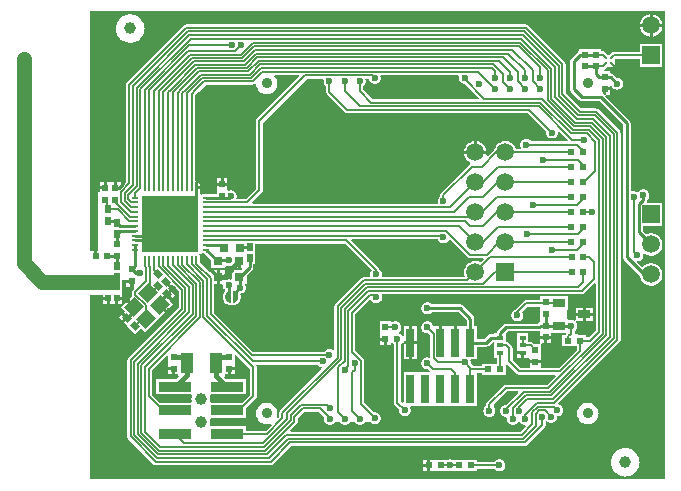
<source format=gtl>
%FSLAX24Y24*%
%MOIN*%
G70*
G01*
G75*
G04 Layer_Physical_Order=1*
G04 Layer_Color=255*
%ADD10C,0.0060*%
%ADD11R,0.0197X0.0236*%
%ADD12C,0.0394*%
%ADD13R,0.0236X0.0217*%
%ADD14R,0.0394X0.0709*%
%ADD15R,0.0217X0.0236*%
G04:AMPARAMS|DCode=16|XSize=19.7mil|YSize=23.6mil|CornerRadius=0mil|HoleSize=0mil|Usage=FLASHONLY|Rotation=225.000|XOffset=0mil|YOffset=0mil|HoleType=Round|Shape=Rectangle|*
%AMROTATEDRECTD16*
4,1,4,-0.0014,0.0153,0.0153,-0.0014,0.0014,-0.0153,-0.0153,0.0014,-0.0014,0.0153,0.0*
%
%ADD16ROTATEDRECTD16*%

%ADD17R,0.0315X0.0295*%
%ADD18R,0.0197X0.0256*%
%ADD19C,0.0079*%
%ADD20R,0.0236X0.0157*%
%ADD21R,0.1083X0.0350*%
G04:AMPARAMS|DCode=22|XSize=47.2mil|YSize=43.3mil|CornerRadius=0mil|HoleSize=0mil|Usage=FLASHONLY|Rotation=45.000|XOffset=0mil|YOffset=0mil|HoleType=Round|Shape=Rectangle|*
%AMROTATEDRECTD22*
4,1,4,-0.0014,-0.0320,-0.0320,-0.0014,0.0014,0.0320,0.0320,0.0014,-0.0014,-0.0320,0.0*
%
%ADD22ROTATEDRECTD22*%

%ADD23C,0.0098*%
%ADD24R,0.0400X0.0300*%
%ADD25R,0.0299X0.0945*%
%ADD26R,0.0295X0.0315*%
%ADD27R,0.1850X0.1850*%
%ADD28O,0.0079X0.0256*%
%ADD29O,0.0256X0.0079*%
%ADD30R,0.0236X0.0197*%
%ADD31C,0.0090*%
%ADD32C,0.0100*%
%ADD33C,0.0500*%
%ADD34C,0.0080*%
%ADD35C,0.0150*%
%ADD36C,0.0354*%
%ADD37C,0.0591*%
%ADD38R,0.0591X0.0591*%
%ADD39C,0.0236*%
G36*
X7993Y3821D02*
Y2956D01*
X7722Y2685D01*
X6683D01*
X6656Y2726D01*
X6667Y2774D01*
X6671Y2824D01*
X6667Y2873D01*
X6656Y2922D01*
X6683Y2962D01*
X7851D01*
Y3473D01*
X7195D01*
X7125Y3543D01*
X7143Y3586D01*
X7143D01*
D01*
D01*
X7143Y3625D01*
X7254D01*
Y3823D01*
X7304D01*
Y3873D01*
X7482D01*
Y4019D01*
Y4267D01*
X7528Y4286D01*
X7993Y3821D01*
D02*
G37*
G36*
X7341Y6410D02*
X7353Y6389D01*
Y6050D01*
X7323Y6021D01*
X7276Y6036D01*
X7251Y6053D01*
X7222Y6082D01*
X7201Y6105D01*
X7178Y6144D01*
X7167Y6181D01*
X7169Y6268D01*
X7179Y6296D01*
X7212Y6350D01*
X7245Y6382D01*
X7281Y6405D01*
X7321Y6417D01*
X7341Y6410D01*
D02*
G37*
G36*
X10447Y13448D02*
X10445Y13439D01*
X10441Y13400D01*
X10445Y13361D01*
X10456Y13324D01*
X10474Y13289D01*
X10499Y13259D01*
X10529Y13235D01*
Y13049D01*
X10533Y13020D01*
X10541Y13001D01*
X10544Y12993D01*
X10562Y12970D01*
X11162Y12370D01*
X11185Y12353D01*
X11192Y12350D01*
X11211Y12342D01*
X11240Y12338D01*
X17255D01*
X17865Y11728D01*
X17861Y11690D01*
X17865Y11651D01*
X17876Y11614D01*
X17894Y11579D01*
X17919Y11549D01*
X17949Y11524D01*
X17984Y11506D01*
X18021Y11495D01*
X18060Y11491D01*
X18099Y11495D01*
X18136Y11506D01*
X18171Y11524D01*
X18201Y11549D01*
X18226Y11579D01*
X18244Y11614D01*
X18255Y11651D01*
X18259Y11690D01*
X18258Y11701D01*
X18303Y11723D01*
X18579Y11447D01*
X18559Y11401D01*
X17365D01*
X17341Y11431D01*
X17311Y11456D01*
X17276Y11474D01*
X17239Y11485D01*
X17200Y11489D01*
X17161Y11485D01*
X17124Y11474D01*
X17089Y11456D01*
X17059Y11431D01*
X17034Y11401D01*
X17016Y11366D01*
X17005Y11329D01*
X17001Y11290D01*
X17005Y11251D01*
X17016Y11214D01*
X17032Y11184D01*
X17025Y11171D01*
X16988Y11141D01*
X16859D01*
X16847Y11174D01*
X16826Y11218D01*
X16798Y11259D01*
X16766Y11296D01*
X16729Y11328D01*
X16688Y11356D01*
X16644Y11377D01*
X16597Y11393D01*
X16549Y11403D01*
X16500Y11406D01*
X16451Y11403D01*
X16403Y11393D01*
X16356Y11377D01*
X16312Y11356D01*
X16271Y11328D01*
X16234Y11296D01*
X16202Y11259D01*
X16174Y11218D01*
X16153Y11174D01*
X16137Y11127D01*
X16135Y11119D01*
X16132Y11116D01*
X16122Y11108D01*
X16122Y11108D01*
X15909Y10919D01*
X15865Y10944D01*
X15873Y10980D01*
X15127D01*
X15137Y10933D01*
X15153Y10886D01*
X15174Y10842D01*
X15202Y10801D01*
X15234Y10764D01*
X15271Y10732D01*
X15312Y10704D01*
X15339Y10691D01*
X15337Y10641D01*
X15325Y10636D01*
X15302Y10618D01*
X14362Y9678D01*
X14344Y9655D01*
X14341Y9648D01*
X14333Y9629D01*
X14329Y9600D01*
Y9575D01*
X14299Y9551D01*
X14274Y9521D01*
X14256Y9486D01*
X14245Y9449D01*
X14241Y9410D01*
X14245Y9371D01*
X14250Y9352D01*
X14221Y9312D01*
X8076D01*
X8057Y9358D01*
X8378Y9680D01*
X8378Y9680D01*
X8388Y9693D01*
X8396Y9703D01*
X8407Y9730D01*
X8411Y9759D01*
Y12024D01*
X9875Y13488D01*
X10418D01*
X10447Y13448D01*
D02*
G37*
G36*
X5265Y4254D02*
Y4019D01*
Y3873D01*
X5444D01*
Y3823D01*
X5494D01*
Y3625D01*
X5600D01*
X5605Y3613D01*
Y3586D01*
X5605Y3586D01*
X5605D01*
X5611Y3571D01*
X5513Y3473D01*
X4857D01*
Y2962D01*
X6025D01*
X6052Y2922D01*
X6041Y2873D01*
X6037Y2824D01*
X6041Y2774D01*
X6052Y2726D01*
X6025Y2685D01*
X4986D01*
X4721Y2950D01*
Y3775D01*
X5219Y4273D01*
X5265Y4254D01*
D02*
G37*
G36*
X7490Y6404D02*
X7515Y6387D01*
X7544Y6358D01*
X7565Y6335D01*
X7588Y6296D01*
X7599Y6259D01*
X7597Y6172D01*
X7587Y6144D01*
X7554Y6090D01*
X7521Y6058D01*
X7485Y6035D01*
X7445Y6023D01*
X7425Y6030D01*
X7413Y6051D01*
Y6390D01*
X7443Y6419D01*
X7490Y6404D01*
D02*
G37*
G36*
X14256Y8124D02*
X14274Y8089D01*
X14299Y8059D01*
X14329Y8034D01*
X14364Y8016D01*
X14401Y8005D01*
X14440Y8001D01*
X14479Y8005D01*
X14516Y8016D01*
X14551Y8034D01*
X14581Y8059D01*
X14606Y8089D01*
X14620Y8116D01*
X14669Y8124D01*
X15252Y7542D01*
X15275Y7524D01*
X15282Y7521D01*
X15301Y7513D01*
X15330Y7509D01*
X15757D01*
X15776Y7463D01*
X15675Y7362D01*
X15644Y7377D01*
X15597Y7393D01*
X15549Y7403D01*
X15500Y7406D01*
X15451Y7403D01*
X15403Y7393D01*
X15356Y7377D01*
X15312Y7356D01*
X15271Y7328D01*
X15234Y7296D01*
X15202Y7259D01*
X15174Y7218D01*
X15153Y7174D01*
X15137Y7127D01*
X15127Y7079D01*
X15124Y7030D01*
X15127Y6981D01*
X15137Y6933D01*
X15144Y6912D01*
X15115Y6871D01*
X12409D01*
X12379Y6911D01*
X12385Y6931D01*
X12389Y6970D01*
X12385Y7009D01*
X12374Y7046D01*
X12356Y7081D01*
X12331Y7111D01*
X12301Y7136D01*
X12297Y7137D01*
X12297Y7139D01*
X12289Y7158D01*
X12286Y7165D01*
X12268Y7188D01*
X11358Y8099D01*
X11377Y8145D01*
X14250D01*
X14256Y8124D01*
D02*
G37*
G36*
X12042Y7101D02*
X12024Y7081D01*
X12006Y7046D01*
X11995Y7009D01*
X11991Y6970D01*
X11995Y6931D01*
X12001Y6911D01*
X11971Y6871D01*
X11779D01*
X11750Y6867D01*
X11723Y6856D01*
X11700Y6838D01*
X10832Y5970D01*
X10814Y5947D01*
X10811Y5939D01*
X10803Y5920D01*
X10799Y5891D01*
Y4456D01*
X10754Y4434D01*
X10744Y4442D01*
X10710Y4460D01*
X10673Y4472D01*
X10634Y4475D01*
X10595Y4472D01*
X10558Y4460D01*
X10523Y4442D01*
X10493Y4417D01*
X10469Y4387D01*
X8091D01*
X6791Y5687D01*
Y6647D01*
X6880D01*
Y6874D01*
Y7102D01*
X6693D01*
Y7059D01*
X6646Y7040D01*
X6325Y7361D01*
X6326Y7370D01*
Y7548D01*
X6324Y7571D01*
X6317Y7594D01*
X6306Y7614D01*
X6291Y7632D01*
X6295Y7645D01*
X6345D01*
Y7647D01*
X6353Y7657D01*
X6388Y7678D01*
X6396Y7673D01*
X6419Y7666D01*
X6442Y7664D01*
X6473D01*
X6693Y7445D01*
Y7178D01*
X7167D01*
Y7222D01*
X7210Y7248D01*
X7214Y7246D01*
X7251Y7235D01*
X7290Y7231D01*
X7329Y7235D01*
X7362Y7245D01*
X7370Y7239D01*
X7403Y7178D01*
Y7170D01*
X7590D01*
Y7398D01*
X7690D01*
Y7170D01*
X7707D01*
X7722Y7136D01*
X7694Y7094D01*
X7403D01*
Y6852D01*
X7370Y6791D01*
X7362Y6785D01*
X7329Y6795D01*
X7290Y6799D01*
X7251Y6795D01*
X7214Y6784D01*
X7210Y6782D01*
X7167Y6808D01*
Y6824D01*
X6980D01*
Y6647D01*
X7058D01*
X7092Y6610D01*
X7091Y6600D01*
X7095Y6561D01*
X7106Y6524D01*
X7124Y6489D01*
X7149Y6459D01*
X7164Y6422D01*
X7135Y6388D01*
X7112Y6350D01*
X7094Y6308D01*
X7084Y6265D01*
X7080Y6220D01*
X7084Y6175D01*
X7094Y6132D01*
X7112Y6090D01*
X7135Y6052D01*
X7164Y6018D01*
X7198Y5989D01*
X7237Y5965D01*
X7278Y5948D01*
X7295Y5944D01*
X7295Y5943D01*
Y5943D01*
X7323Y5940D01*
X7351Y5943D01*
X7378Y5954D01*
X7383Y5958D01*
X7388Y5954D01*
X7415Y5943D01*
X7443Y5940D01*
X7471Y5943D01*
Y5943D01*
X7471Y5944D01*
X7488Y5948D01*
X7529Y5965D01*
X7568Y5989D01*
X7602Y6018D01*
X7631Y6052D01*
X7654Y6090D01*
X7672Y6132D01*
X7682Y6175D01*
X7686Y6220D01*
X7682Y6265D01*
X7672Y6308D01*
X7681Y6324D01*
X7689Y6325D01*
X7726Y6336D01*
X7761Y6354D01*
X7791Y6379D01*
X7816Y6409D01*
X7834Y6444D01*
X7845Y6481D01*
X7849Y6520D01*
X7845Y6559D01*
X7834Y6596D01*
X7816Y6631D01*
X7819Y6639D01*
X7877D01*
Y6920D01*
X8069Y7111D01*
X8084Y7130D01*
X8096Y7152D01*
X8103Y7175D01*
X8106Y7200D01*
Y7295D01*
X8158D01*
Y7669D01*
Y7988D01*
X11155D01*
X12042Y7101D01*
D02*
G37*
G36*
X17644Y5064D02*
X17672Y4974D01*
Y4913D01*
X18028D01*
Y5022D01*
X18510D01*
X18529Y4976D01*
X18525Y4972D01*
X18507Y4949D01*
X18504Y4941D01*
X18503Y4938D01*
X18405D01*
Y4562D01*
X18886D01*
Y4453D01*
X18274Y3841D01*
X17688D01*
Y3841D01*
Y3855D01*
X17688Y3876D01*
X17688Y3876D01*
X17688D01*
Y4003D01*
X17312D01*
Y3876D01*
X17312Y3876D01*
X17312D01*
X17312Y3855D01*
X17298Y3841D01*
X17016D01*
X16741Y4116D01*
Y4500D01*
X16737Y4529D01*
X16726Y4555D01*
X16708Y4578D01*
X16608Y4678D01*
X16585Y4696D01*
X16578Y4699D01*
X16559Y4707D01*
X16530Y4711D01*
X16524D01*
Y5015D01*
X16524Y5015D01*
X16524D01*
X16524Y5016D01*
X16579Y5071D01*
X17617D01*
X17635Y5073D01*
X17644Y5064D01*
D02*
G37*
G36*
X16128Y4705D02*
Y4697D01*
Y4441D01*
Y4185D01*
X16215D01*
Y3988D01*
X15735D01*
Y3911D01*
X15424D01*
X15418Y3918D01*
X15345Y3992D01*
X15349Y4030D01*
X15345Y4069D01*
X15334Y4106D01*
X15345Y4125D01*
X15570D01*
Y4552D01*
X15858D01*
X15882Y4555D01*
X15906Y4562D01*
X15927Y4573D01*
X15947Y4589D01*
X16082Y4724D01*
X16128Y4705D01*
D02*
G37*
G36*
X21829Y131D02*
X2670D01*
Y6276D01*
X3092D01*
Y6213D01*
X3270D01*
Y6163D01*
X3320D01*
Y5965D01*
X3372D01*
Y5965D01*
X3500D01*
Y6163D01*
X3550D01*
Y6213D01*
X3728D01*
Y6359D01*
Y6675D01*
Y6685D01*
X3731Y6720D01*
X3728Y6755D01*
Y6790D01*
X3872D01*
Y6783D01*
X4050D01*
Y6733D01*
X4100D01*
Y6535D01*
X4113D01*
X4132Y6489D01*
X4092Y6448D01*
X4074Y6425D01*
X4071Y6418D01*
X4063Y6399D01*
X4059Y6370D01*
Y6290D01*
X4063Y6261D01*
X4071Y6242D01*
X4072Y6239D01*
X3943Y6109D01*
X4152Y5900D01*
X4082Y5829D01*
X3872Y6039D01*
X3684Y5851D01*
X3808Y5726D01*
X3776Y5695D01*
X3916Y5554D01*
X3881Y5519D01*
X3916Y5484D01*
X3790Y5358D01*
X3893Y5255D01*
X3895Y5253D01*
X4173Y4975D01*
X4366Y5168D01*
X4493Y5041D01*
X4940Y5489D01*
X4940D01*
X4966Y5515D01*
X4966D01*
X5154Y5703D01*
X4944Y5913D01*
X5015Y5983D01*
X5225Y5774D01*
X5413Y5962D01*
X5287Y6088D01*
X5314Y6115D01*
X5174Y6256D01*
X5209Y6291D01*
X5174Y6326D01*
X5300Y6452D01*
X5255Y6497D01*
X5294Y6535D01*
X5154Y6676D01*
X5224Y6746D01*
X5365Y6606D01*
X5387Y6628D01*
X5609Y6406D01*
Y5847D01*
X3932Y4169D01*
X3914Y4146D01*
X3903Y4120D01*
X3899Y4091D01*
Y1560D01*
X3903Y1531D01*
X3914Y1505D01*
X3932Y1482D01*
X4772Y642D01*
X4795Y624D01*
X4821Y613D01*
X4850Y609D01*
X8690D01*
X8719Y613D01*
X8745Y624D01*
X8768Y642D01*
X9378Y1251D01*
X17153D01*
X17182Y1255D01*
X17209Y1266D01*
X17232Y1284D01*
X17808Y1860D01*
X17826Y1883D01*
X17837Y1910D01*
X17841Y1939D01*
Y2054D01*
X17871Y2078D01*
X17891D01*
X17921Y2053D01*
X17956Y2035D01*
X17993Y2024D01*
X18032Y2020D01*
X18071Y2024D01*
X18108Y2035D01*
X18142Y2053D01*
X18172Y2078D01*
X18197Y2108D01*
X18216Y2143D01*
X18227Y2180D01*
X18231Y2219D01*
X18230Y2230D01*
X18240Y2240D01*
X18279Y2244D01*
X18316Y2255D01*
X18351Y2273D01*
X18381Y2298D01*
X18406Y2328D01*
X18424Y2363D01*
X18435Y2400D01*
X18439Y2439D01*
X18435Y2478D01*
X18424Y2515D01*
X18406Y2549D01*
X18381Y2580D01*
X18351Y2604D01*
X18316Y2623D01*
X18279Y2634D01*
X18269Y2662D01*
X20308Y4702D01*
X20326Y4725D01*
X20331Y4736D01*
X20337Y4751D01*
X20341Y4780D01*
Y11680D01*
X20337Y11709D01*
X20326Y11735D01*
X20318Y11745D01*
X20308Y11758D01*
X20308Y11758D01*
X19608Y12458D01*
X19585Y12476D01*
X19578Y12479D01*
X19559Y12487D01*
X19530Y12491D01*
X19036D01*
X18511Y13016D01*
Y13960D01*
X18511Y13960D01*
X18508Y13985D01*
X18507Y13989D01*
X18504Y13997D01*
X18496Y14015D01*
X18486Y14028D01*
X18478Y14038D01*
X18478Y14038D01*
X17258Y15258D01*
X17235Y15276D01*
X17228Y15279D01*
X17209Y15287D01*
X17180Y15291D01*
X5870D01*
X5841Y15287D01*
X5815Y15276D01*
X5792Y15258D01*
X3892Y13358D01*
X3874Y13335D01*
X3871Y13328D01*
X3863Y13309D01*
X3859Y13280D01*
Y10038D01*
X3725Y9904D01*
X3678Y9923D01*
Y10045D01*
X3550D01*
Y9847D01*
X3450D01*
Y10045D01*
X3348D01*
Y10045D01*
X3220D01*
Y9847D01*
X3170D01*
Y9797D01*
X2992D01*
Y9720D01*
X2910D01*
Y7738D01*
X2893D01*
Y7560D01*
X2793D01*
Y7738D01*
X2670D01*
Y15729D01*
X21829D01*
Y131D01*
D02*
G37*
G36*
X19519Y6657D02*
Y5086D01*
X19294Y4861D01*
X19195D01*
Y4938D01*
X19008D01*
X18820Y4963D01*
X18809Y4976D01*
X18811Y4990D01*
X18811Y4990D01*
Y5087D01*
X18841Y5111D01*
X18866Y5141D01*
X18884Y5176D01*
X18895Y5213D01*
X18899Y5252D01*
X18895Y5291D01*
X18884Y5328D01*
X18866Y5363D01*
X18841Y5393D01*
X18841Y5393D01*
X18845Y5395D01*
X18845D01*
X18847Y5396D01*
X18847Y5396D01*
X18851Y5396D01*
D01*
X18863Y5396D01*
X18863Y5396D01*
Y5396D01*
X19077D01*
Y5576D01*
X18847D01*
Y5462D01*
X18830Y5441D01*
D01*
X18823Y5432D01*
X18819Y5430D01*
D01*
X18809Y5424D01*
X18809Y5424D01*
X18804Y5421D01*
X18776Y5436D01*
X18739Y5447D01*
X18700Y5451D01*
X18661Y5447D01*
X18624Y5436D01*
X18623Y5435D01*
X18580Y5461D01*
Y5482D01*
X18560D01*
Y5770D01*
X18580D01*
Y6230D01*
X18038D01*
Y6235D01*
X17662D01*
Y6108D01*
X17197D01*
X17168Y6104D01*
X17141Y6093D01*
X17118Y6075D01*
X16828Y5785D01*
X16824Y5784D01*
X16789Y5766D01*
X16759Y5741D01*
X16734Y5711D01*
X16716Y5676D01*
X16705Y5639D01*
X16701Y5600D01*
X16705Y5561D01*
X16716Y5524D01*
X16734Y5489D01*
X16759Y5459D01*
X16789Y5434D01*
X16824Y5416D01*
X16861Y5405D01*
X16900Y5401D01*
X16939Y5405D01*
X16976Y5416D01*
X17011Y5434D01*
X17041Y5459D01*
X17066Y5489D01*
X17084Y5524D01*
X17095Y5561D01*
X17099Y5600D01*
X17095Y5639D01*
X17084Y5676D01*
X17066Y5709D01*
X17243Y5886D01*
X17662D01*
Y5839D01*
Y5445D01*
X17672D01*
Y5382D01*
X17652Y5380D01*
X17629Y5373D01*
X17607Y5361D01*
X17588Y5346D01*
X17565Y5322D01*
X16527D01*
X16502Y5320D01*
X16479Y5313D01*
X16457Y5301D01*
X16438Y5286D01*
X16237Y5085D01*
X16222Y5066D01*
X16210Y5044D01*
X16203Y5020D01*
X16202Y5015D01*
X16128D01*
Y4982D01*
X16036D01*
X16011Y4979D01*
X15988Y4972D01*
X15966Y4960D01*
X15947Y4945D01*
X15806Y4803D01*
X15570D01*
Y5230D01*
X15466D01*
Y5490D01*
X15463Y5515D01*
X15456Y5538D01*
X15444Y5560D01*
X15429Y5579D01*
X15079Y5929D01*
X15060Y5944D01*
X15038Y5956D01*
X15014Y5963D01*
X14990Y5966D01*
X14053D01*
X14041Y5981D01*
X14011Y6006D01*
X13976Y6024D01*
X13939Y6035D01*
X13900Y6039D01*
X13861Y6035D01*
X13824Y6024D01*
X13789Y6006D01*
X13759Y5981D01*
X13734Y5951D01*
X13716Y5916D01*
X13705Y5879D01*
X13701Y5840D01*
X13705Y5801D01*
X13716Y5764D01*
X13734Y5729D01*
X13759Y5699D01*
X13789Y5674D01*
X13824Y5656D01*
X13861Y5645D01*
X13900Y5641D01*
X13939Y5645D01*
X13976Y5656D01*
X14011Y5674D01*
X14041Y5699D01*
X14053Y5714D01*
X14938D01*
X15214Y5438D01*
Y5230D01*
X15110D01*
D01*
D01*
X15110Y5230D01*
X15070D01*
Y5230D01*
X14890D01*
Y4678D01*
X14790D01*
Y5230D01*
X14610D01*
D01*
D01*
X14610Y5230D01*
X14570D01*
Y5230D01*
X14390D01*
Y4678D01*
X14290D01*
Y5230D01*
X14110D01*
Y5230D01*
X14096D01*
X14095Y5236D01*
X14084Y5273D01*
X14066Y5307D01*
X14041Y5338D01*
X14011Y5362D01*
X13976Y5381D01*
X13939Y5392D01*
X13900Y5396D01*
X13861Y5392D01*
X13824Y5381D01*
X13789Y5362D01*
X13759Y5338D01*
X13734Y5307D01*
X13716Y5273D01*
X13705Y5236D01*
X13701Y5197D01*
X13705Y5158D01*
X13716Y5121D01*
X13734Y5086D01*
X13759Y5056D01*
X13789Y5031D01*
X13824Y5013D01*
X13861Y5002D01*
X13900Y4998D01*
X13938Y5002D01*
X13999Y4940D01*
Y4219D01*
X13959Y4189D01*
X13939Y4195D01*
X13900Y4199D01*
X13861Y4195D01*
X13824Y4184D01*
X13789Y4166D01*
X13759Y4141D01*
X13734Y4111D01*
X13716Y4076D01*
X13705Y4039D01*
X13701Y4000D01*
X13705Y3961D01*
X13716Y3924D01*
X13734Y3889D01*
X13759Y3859D01*
X13789Y3834D01*
X13824Y3816D01*
X13861Y3805D01*
X13900Y3801D01*
X13938Y3805D01*
X14002Y3741D01*
X13983Y3695D01*
X13610D01*
D01*
D01*
X13610Y3695D01*
X13570D01*
Y3695D01*
X13110D01*
Y2702D01*
X13064Y2683D01*
X13011Y2736D01*
Y4638D01*
X13041Y4662D01*
X13063Y4690D01*
X13085Y4682D01*
X13110Y4669D01*
Y4728D01*
X13290D01*
Y5230D01*
X13110D01*
Y4938D01*
X13085Y4924D01*
X13063Y4916D01*
X13041Y4944D01*
X13011Y4969D01*
X12976Y4987D01*
X12939Y4998D01*
X12939D01*
X12918Y5000D01*
X12918Y5000D01*
X12900Y5002D01*
X12899Y5008D01*
X12916Y5013D01*
X12951Y5031D01*
X12981Y5056D01*
X13006Y5086D01*
X13024Y5121D01*
X13035Y5158D01*
X13039Y5197D01*
X13035Y5236D01*
X13024Y5273D01*
X13006Y5307D01*
X12981Y5338D01*
X12951Y5362D01*
X12916Y5381D01*
X12879Y5392D01*
X12840Y5396D01*
X12801Y5392D01*
X12764Y5381D01*
X12731Y5363D01*
X12688Y5389D01*
Y5395D01*
X12312D01*
Y4999D01*
Y4853D01*
X12500D01*
Y4803D01*
X12550D01*
Y4605D01*
X12688D01*
Y4668D01*
X12727Y4688D01*
X12735Y4692D01*
X12759Y4662D01*
X12789Y4638D01*
Y2690D01*
X12793Y2661D01*
X12801Y2642D01*
X12804Y2635D01*
X12822Y2612D01*
X12955Y2478D01*
X12951Y2440D01*
X12955Y2401D01*
X12966Y2364D01*
X12984Y2329D01*
X13009Y2299D01*
X13039Y2274D01*
X13074Y2256D01*
X13111Y2245D01*
X13150Y2241D01*
X13189Y2245D01*
X13226Y2256D01*
X13261Y2274D01*
X13291Y2299D01*
X13316Y2329D01*
X13334Y2364D01*
X13345Y2401D01*
X13349Y2440D01*
X13345Y2479D01*
X13334Y2516D01*
X13323Y2537D01*
X13348Y2580D01*
X15534Y2580D01*
D01*
D01*
D01*
X15534Y2580D01*
Y2580D01*
X15540Y2580D01*
X15570Y2590D01*
X15570Y2615D01*
X15570Y2615D01*
X15570D01*
D01*
D01*
D01*
Y3689D01*
X15735D01*
Y3612D01*
X16525D01*
Y3953D01*
X16571Y3972D01*
X16892Y3652D01*
X16915Y3634D01*
X16941Y3623D01*
X16945Y3622D01*
X16970Y3619D01*
X16970Y3619D01*
X18167D01*
X18186Y3573D01*
X17894Y3281D01*
X16511D01*
X16482Y3277D01*
X16456Y3266D01*
X16433Y3248D01*
X15892Y2707D01*
X15874Y2684D01*
X15871Y2677D01*
X15863Y2658D01*
X15859Y2629D01*
Y2584D01*
X15829Y2560D01*
X15804Y2529D01*
X15786Y2495D01*
X15775Y2458D01*
X15771Y2419D01*
X15775Y2380D01*
X15786Y2343D01*
X15804Y2308D01*
X15829Y2278D01*
X15859Y2253D01*
X15894Y2235D01*
X15931Y2224D01*
X15970Y2220D01*
X16009Y2224D01*
X16046Y2235D01*
X16081Y2253D01*
X16111Y2278D01*
X16136Y2308D01*
X16154Y2343D01*
X16165Y2380D01*
X16169Y2419D01*
X16165Y2458D01*
X16154Y2495D01*
X16136Y2529D01*
X16111Y2560D01*
X16110Y2560D01*
X16108Y2610D01*
X16557Y3059D01*
X16907D01*
X16926Y3013D01*
X16531Y2618D01*
X16530Y2618D01*
X16491Y2614D01*
X16454Y2603D01*
X16419Y2584D01*
X16389Y2560D01*
X16364Y2529D01*
X16346Y2495D01*
X16335Y2458D01*
X16331Y2419D01*
X16335Y2380D01*
X16346Y2343D01*
X16364Y2308D01*
X16389Y2278D01*
X16419Y2253D01*
X16454Y2235D01*
X16491Y2224D01*
X16530Y2220D01*
X16555Y2189D01*
X16555Y2188D01*
X16551Y2149D01*
X16555Y2110D01*
X16566Y2073D01*
X16584Y2038D01*
X16609Y2008D01*
X16639Y1983D01*
X16674Y1965D01*
X16711Y1954D01*
X16750Y1950D01*
X16789Y1954D01*
X16826Y1965D01*
X16861Y1983D01*
X16891Y2008D01*
X16916Y2038D01*
X16925Y2057D01*
X16975D01*
X16984Y2039D01*
X17009Y2009D01*
X17039Y1984D01*
X17074Y1966D01*
X17111Y1955D01*
X17150Y1951D01*
X17171Y1953D01*
X17192Y1908D01*
X16997Y1713D01*
X9355D01*
X9336Y1759D01*
X9548Y1972D01*
X9566Y1995D01*
X9577Y2021D01*
X9581Y2050D01*
Y2174D01*
X9796Y2389D01*
X10285D01*
X10462Y2212D01*
X10455Y2188D01*
X10451Y2149D01*
X10455Y2110D01*
X10466Y2073D01*
X10484Y2038D01*
X10509Y2008D01*
X10539Y1983D01*
X10574Y1965D01*
X10611Y1954D01*
X10650Y1950D01*
X10689Y1954D01*
X10726Y1965D01*
X10761Y1983D01*
X10791Y2008D01*
X10808Y2029D01*
X10992D01*
X11009Y2008D01*
X11039Y1983D01*
X11074Y1965D01*
X11111Y1954D01*
X11150Y1950D01*
X11189Y1954D01*
X11226Y1965D01*
X11261Y1983D01*
X11291Y2008D01*
X11308Y2029D01*
X11492D01*
X11509Y2008D01*
X11539Y1983D01*
X11574Y1965D01*
X11611Y1954D01*
X11650Y1950D01*
X11689Y1954D01*
X11726Y1965D01*
X11761Y1983D01*
X11791Y2008D01*
X11808Y2029D01*
X12009D01*
X12039Y2004D01*
X12074Y1986D01*
X12111Y1975D01*
X12150Y1971D01*
X12189Y1975D01*
X12226Y1986D01*
X12261Y2004D01*
X12291Y2029D01*
X12316Y2059D01*
X12334Y2094D01*
X12345Y2131D01*
X12349Y2170D01*
X12345Y2209D01*
X12334Y2246D01*
X12316Y2281D01*
X12291Y2311D01*
X12261Y2336D01*
X12226Y2354D01*
X12189Y2365D01*
X12150Y2369D01*
X12112Y2365D01*
X11801Y2676D01*
Y4090D01*
X11797Y4119D01*
X11789Y4138D01*
X11786Y4145D01*
X11768Y4168D01*
X11501Y4436D01*
Y5634D01*
X11971Y6104D01*
X12021Y6097D01*
X12024Y6089D01*
X12049Y6059D01*
X12079Y6034D01*
X12114Y6016D01*
X12151Y6005D01*
X12190Y6001D01*
X12229Y6005D01*
X12266Y6016D01*
X12301Y6034D01*
X12331Y6059D01*
X12356Y6089D01*
X12374Y6124D01*
X12385Y6161D01*
X12389Y6200D01*
X12385Y6239D01*
X12374Y6276D01*
X12388Y6299D01*
X19050D01*
X19079Y6303D01*
X19098Y6311D01*
X19105Y6314D01*
X19128Y6332D01*
X19473Y6676D01*
X19519Y6657D01*
D02*
G37*
G36*
X14961Y13568D02*
X14955Y13548D01*
X14951Y13509D01*
X14955Y13470D01*
X14966Y13433D01*
X14984Y13398D01*
X15009Y13368D01*
X15039Y13343D01*
X15074Y13325D01*
X15111Y13314D01*
X15146Y13310D01*
X15610Y12846D01*
X15591Y12800D01*
X12076D01*
X11761Y13115D01*
Y13235D01*
X11791Y13259D01*
X11816Y13289D01*
X11834Y13324D01*
X11845Y13361D01*
X11849Y13400D01*
X11845Y13439D01*
X11834Y13476D01*
X11841Y13488D01*
X11953D01*
X11955Y13470D01*
X11966Y13433D01*
X11984Y13398D01*
X12009Y13368D01*
X12039Y13343D01*
X12074Y13325D01*
X12111Y13314D01*
X12150Y13310D01*
X12189Y13314D01*
X12226Y13325D01*
X12261Y13343D01*
X12291Y13368D01*
X12316Y13398D01*
X12334Y13433D01*
X12345Y13470D01*
X12349Y13509D01*
X12345Y13548D01*
X12334Y13585D01*
X12348Y13608D01*
X14931D01*
X14961Y13568D01*
D02*
G37*
G36*
X10273Y3922D02*
X10303Y3898D01*
X10338Y3879D01*
X10371Y3869D01*
X10374Y3858D01*
X10369Y3806D01*
X8992Y2428D01*
X8974Y2405D01*
X8963Y2379D01*
X8959Y2350D01*
Y2206D01*
X8924Y2171D01*
X8893Y2187D01*
X8879Y2195D01*
X8894Y2238D01*
X8903Y2283D01*
X8906Y2330D01*
X8903Y2377D01*
X8894Y2422D01*
X8879Y2466D01*
X8858Y2508D01*
X8832Y2547D01*
X8802Y2582D01*
X8767Y2613D01*
X8728Y2639D01*
X8686Y2659D01*
X8642Y2674D01*
X8596Y2683D01*
X8550Y2686D01*
X8503Y2683D01*
X8457Y2674D01*
X8413Y2659D01*
X8371Y2639D01*
X8333Y2613D01*
X8298Y2582D01*
X8267Y2547D01*
X8241Y2508D01*
X8220Y2466D01*
X8205Y2422D01*
X8196Y2377D01*
X8193Y2330D01*
X8196Y2283D01*
X8205Y2238D01*
X8220Y2194D01*
X8241Y2152D01*
X8267Y2113D01*
X8298Y2078D01*
X8333Y2047D01*
X8371Y2021D01*
X8413Y2001D01*
X8457Y1986D01*
X8503Y1977D01*
X8550Y1974D01*
X8596Y1977D01*
X8642Y1986D01*
X8684Y2000D01*
X8693Y1987D01*
X8708Y1955D01*
X8507Y1754D01*
X7851D01*
Y1898D01*
X6683D01*
X6656Y1938D01*
X6667Y1987D01*
X6671Y2036D01*
X6667Y2086D01*
X6656Y2134D01*
X6683Y2175D01*
X7851D01*
Y2500D01*
X8182Y2832D01*
X8182Y2832D01*
X8190Y2842D01*
X8200Y2855D01*
X8208Y2873D01*
X8211Y2881D01*
X8211Y2885D01*
X8215Y2910D01*
X8215Y2910D01*
Y3867D01*
X8211Y3896D01*
X8200Y3923D01*
X8182Y3946D01*
X8185Y3952D01*
X10249D01*
X10273Y3922D01*
D02*
G37*
G36*
X9635Y13562D02*
X8222Y12148D01*
X8204Y12125D01*
X8193Y12099D01*
X8189Y12070D01*
Y9805D01*
X7854Y9470D01*
X7569D01*
X7539Y9510D01*
X7545Y9531D01*
X7549Y9570D01*
X7545Y9609D01*
X7534Y9646D01*
X7516Y9681D01*
X7491Y9711D01*
X7461Y9736D01*
X7426Y9754D01*
X7389Y9765D01*
X7350Y9769D01*
X7311Y9765D01*
X7279Y9755D01*
X7269Y9762D01*
X7238Y9820D01*
Y9917D01*
X6882D01*
Y9769D01*
Y9642D01*
X6521D01*
X6497Y9639D01*
X6486Y9636D01*
X6442D01*
X6419Y9634D01*
X6396Y9627D01*
X6388Y9622D01*
X6353Y9643D01*
X6345Y9653D01*
Y9655D01*
X6343D01*
X6333Y9663D01*
X6312Y9698D01*
X6317Y9706D01*
X6324Y9729D01*
X6326Y9752D01*
Y9791D01*
X6206D01*
Y9841D01*
X6169D01*
Y9930D01*
X6166Y9953D01*
X6160Y9975D01*
Y10040D01*
X6160Y10040D01*
X6183Y10047D01*
X6197Y10049D01*
X6177Y10066D01*
X6160Y10123D01*
Y12937D01*
X6274Y13051D01*
X6274Y13051D01*
X6274Y13051D01*
X6512Y13289D01*
X8076D01*
X8104Y13293D01*
X8131Y13304D01*
X8150Y13318D01*
X8195Y13298D01*
X8196Y13283D01*
X8205Y13238D01*
X8220Y13194D01*
X8241Y13152D01*
X8267Y13113D01*
X8298Y13078D01*
X8333Y13047D01*
X8371Y13021D01*
X8413Y13001D01*
X8457Y12986D01*
X8503Y12977D01*
X8550Y12974D01*
X8596Y12977D01*
X8642Y12986D01*
X8686Y13001D01*
X8728Y13021D01*
X8767Y13047D01*
X8802Y13078D01*
X8832Y13113D01*
X8858Y13152D01*
X8879Y13194D01*
X8894Y13238D01*
X8903Y13283D01*
X8906Y13330D01*
X8903Y13377D01*
X8894Y13422D01*
X8879Y13466D01*
X8858Y13508D01*
X8832Y13547D01*
X8802Y13582D01*
X8811Y13608D01*
X9616D01*
X9635Y13562D01*
D02*
G37*
%LPC*%
G36*
X13570Y5230D02*
X13390D01*
Y4728D01*
X13570D01*
Y5230D01*
D02*
G37*
G36*
X17024Y4294D02*
X16876D01*
Y4185D01*
X17024D01*
Y4294D01*
D02*
G37*
G36*
X12450Y4753D02*
X12312D01*
Y4605D01*
X12450D01*
Y4753D01*
D02*
G37*
G36*
X17272Y5015D02*
X16876D01*
Y4697D01*
Y4441D01*
Y4394D01*
X17074D01*
Y4344D01*
X17124D01*
Y4185D01*
X17272D01*
Y4185D01*
X17276D01*
X17312Y4150D01*
Y4103D01*
X17688D01*
Y4249D01*
Y4645D01*
D01*
Y4645D01*
X17708Y4665D01*
X17800D01*
Y4813D01*
X17672D01*
Y4665D01*
D01*
Y4665D01*
X17651Y4645D01*
X17459D01*
X17425Y4678D01*
X17402Y4696D01*
X17394Y4699D01*
X17376Y4707D01*
X17347Y4711D01*
X17272D01*
Y5015D01*
D02*
G37*
G36*
X18028Y4813D02*
X17900D01*
Y4665D01*
X18028D01*
Y4813D01*
D02*
G37*
G36*
X13570Y4628D02*
X13390D01*
Y4125D01*
X13570D01*
Y4628D01*
D02*
G37*
G36*
X13903Y788D02*
X13755D01*
Y650D01*
X13903D01*
Y788D01*
D02*
G37*
G36*
X16300Y799D02*
X16261Y795D01*
X16224Y784D01*
X16189Y766D01*
X16159Y741D01*
X16135Y711D01*
X15545D01*
Y788D01*
X14755D01*
Y788D01*
X14738Y778D01*
X14726Y784D01*
X14689Y795D01*
X14650Y799D01*
X14611Y795D01*
X14574Y784D01*
X14562Y778D01*
X14545Y788D01*
Y788D01*
X14003D01*
Y600D01*
Y412D01*
X14545D01*
Y412D01*
X14562Y422D01*
X14574Y416D01*
X14611Y405D01*
X14650Y401D01*
X14689Y405D01*
X14726Y416D01*
X14738Y422D01*
X14755Y412D01*
Y412D01*
X15545D01*
Y489D01*
X16135D01*
X16159Y459D01*
X16189Y434D01*
X16224Y416D01*
X16261Y405D01*
X16300Y401D01*
X16339Y405D01*
X16376Y416D01*
X16411Y434D01*
X16441Y459D01*
X16466Y489D01*
X16484Y524D01*
X16495Y561D01*
X16499Y600D01*
X16495Y639D01*
X16484Y676D01*
X16466Y711D01*
X16441Y741D01*
X16411Y766D01*
X16376Y784D01*
X16339Y795D01*
X16300Y799D01*
D02*
G37*
G36*
X20500Y1176D02*
X20447Y1173D01*
X20394Y1164D01*
X20343Y1150D01*
X20293Y1129D01*
X20247Y1103D01*
X20203Y1072D01*
X20163Y1037D01*
X20128Y997D01*
X20097Y953D01*
X20071Y907D01*
X20050Y857D01*
X20036Y806D01*
X20027Y753D01*
X20024Y700D01*
X20027Y647D01*
X20036Y594D01*
X20050Y543D01*
X20071Y493D01*
X20097Y447D01*
X20128Y403D01*
X20163Y363D01*
X20203Y328D01*
X20247Y297D01*
X20293Y271D01*
X20343Y250D01*
X20394Y236D01*
X20447Y227D01*
X20500Y224D01*
X20553Y227D01*
X20606Y236D01*
X20657Y250D01*
X20707Y271D01*
X20753Y297D01*
X20797Y328D01*
X20837Y363D01*
X20872Y403D01*
X20903Y447D01*
X20929Y493D01*
X20950Y543D01*
X20964Y594D01*
X20973Y647D01*
X20976Y700D01*
X20973Y753D01*
X20964Y806D01*
X20950Y857D01*
X20929Y907D01*
X20903Y953D01*
X20872Y997D01*
X20837Y1037D01*
X20797Y1072D01*
X20753Y1103D01*
X20707Y1129D01*
X20657Y1150D01*
X20606Y1164D01*
X20553Y1173D01*
X20500Y1176D01*
D02*
G37*
G36*
X13903Y550D02*
X13755D01*
Y412D01*
X13903D01*
Y550D01*
D02*
G37*
G36*
X7482Y3773D02*
X7354D01*
Y3625D01*
X7482D01*
Y3773D01*
D02*
G37*
G36*
X13290Y4628D02*
X13110D01*
Y4125D01*
X13290D01*
Y4628D01*
D02*
G37*
G36*
X19250Y2686D02*
X19204Y2683D01*
X19158Y2674D01*
X19114Y2659D01*
X19072Y2639D01*
X19033Y2613D01*
X18998Y2582D01*
X18968Y2547D01*
X18942Y2508D01*
X18921Y2466D01*
X18906Y2422D01*
X18897Y2377D01*
X18894Y2330D01*
X18897Y2283D01*
X18906Y2238D01*
X18921Y2194D01*
X18942Y2152D01*
X18968Y2113D01*
X18998Y2078D01*
X19033Y2047D01*
X19072Y2021D01*
X19114Y2001D01*
X19158Y1986D01*
X19204Y1977D01*
X19250Y1974D01*
X19297Y1977D01*
X19343Y1986D01*
X19387Y2001D01*
X19429Y2021D01*
X19467Y2047D01*
X19502Y2078D01*
X19533Y2113D01*
X19559Y2152D01*
X19580Y2194D01*
X19595Y2238D01*
X19604Y2283D01*
X19607Y2330D01*
X19604Y2377D01*
X19595Y2422D01*
X19580Y2466D01*
X19559Y2508D01*
X19533Y2547D01*
X19502Y2582D01*
X19467Y2613D01*
X19429Y2639D01*
X19387Y2659D01*
X19343Y2674D01*
X19297Y2683D01*
X19250Y2686D01*
D02*
G37*
G36*
X5394Y3773D02*
X5265D01*
Y3625D01*
X5394D01*
Y3773D01*
D02*
G37*
G36*
X19407Y5576D02*
X19177D01*
Y5396D01*
X19407D01*
Y5576D01*
D02*
G37*
G36*
X19998Y13093D02*
X19870D01*
Y12945D01*
X19998D01*
Y13093D01*
D02*
G37*
G36*
X21735Y14635D02*
X20985D01*
Y14381D01*
X20120D01*
X20096Y14378D01*
X20074Y14371D01*
X20053Y14360D01*
X20035Y14345D01*
X19979Y14290D01*
X19921D01*
X19838Y14372D01*
X19820Y14387D01*
X19799Y14398D01*
X19777Y14405D01*
X19753Y14407D01*
X19753Y14407D01*
X19698D01*
Y14485D01*
X18962D01*
Y14406D01*
X18952Y14403D01*
X18930Y14391D01*
X18911Y14376D01*
X18691Y14156D01*
X18676Y14137D01*
X18664Y14115D01*
X18657Y14091D01*
X18654Y14067D01*
Y13140D01*
X18657Y13115D01*
X18664Y13092D01*
X18676Y13070D01*
X18691Y13051D01*
X18961Y12781D01*
X18980Y12766D01*
X19002Y12754D01*
X19025Y12747D01*
X19050Y12744D01*
X19638D01*
X20424Y11958D01*
Y7530D01*
X20427Y7505D01*
X20434Y7482D01*
X20446Y7460D01*
X20461Y7441D01*
X20987Y6915D01*
X20987Y6912D01*
X20997Y6864D01*
X21013Y6817D01*
X21034Y6773D01*
X21062Y6732D01*
X21094Y6695D01*
X21131Y6663D01*
X21172Y6635D01*
X21216Y6614D01*
X21263Y6598D01*
X21311Y6588D01*
X21360Y6585D01*
X21409Y6588D01*
X21457Y6598D01*
X21504Y6614D01*
X21548Y6635D01*
X21589Y6663D01*
X21626Y6695D01*
X21658Y6732D01*
X21686Y6773D01*
X21707Y6817D01*
X21723Y6864D01*
X21733Y6912D01*
X21736Y6961D01*
X21733Y7010D01*
X21723Y7058D01*
X21707Y7105D01*
X21686Y7149D01*
X21658Y7190D01*
X21626Y7227D01*
X21589Y7259D01*
X21548Y7287D01*
X21504Y7309D01*
X21457Y7324D01*
X21409Y7334D01*
X21360Y7337D01*
X21311Y7334D01*
X21263Y7324D01*
X21216Y7309D01*
X21172Y7287D01*
X21131Y7259D01*
X21094Y7227D01*
X21089Y7221D01*
X21039Y7219D01*
X20896Y7362D01*
X20900Y7401D01*
X20939Y7405D01*
X20976Y7416D01*
X21011Y7434D01*
X21041Y7459D01*
X21066Y7489D01*
X21084Y7524D01*
X21095Y7561D01*
X21099Y7600D01*
X21096Y7632D01*
X21139Y7658D01*
X21172Y7635D01*
X21216Y7614D01*
X21263Y7598D01*
X21311Y7588D01*
X21360Y7585D01*
X21409Y7588D01*
X21457Y7598D01*
X21504Y7614D01*
X21548Y7635D01*
X21589Y7663D01*
X21626Y7695D01*
X21658Y7732D01*
X21686Y7773D01*
X21707Y7817D01*
X21723Y7864D01*
X21733Y7912D01*
X21736Y7961D01*
X21733Y8010D01*
X21723Y8058D01*
X21707Y8105D01*
X21686Y8149D01*
X21658Y8190D01*
X21626Y8227D01*
X21589Y8259D01*
X21548Y8287D01*
X21504Y8309D01*
X21457Y8324D01*
X21409Y8334D01*
X21360Y8337D01*
X21311Y8334D01*
X21263Y8324D01*
X21216Y8309D01*
X21199Y8300D01*
X21076Y8423D01*
Y8586D01*
X21735D01*
Y9336D01*
X21258D01*
X21204Y9380D01*
X21216Y9402D01*
X21223Y9426D01*
X21225Y9447D01*
X21241Y9459D01*
X21266Y9489D01*
X21284Y9524D01*
X21295Y9561D01*
X21299Y9600D01*
X21295Y9639D01*
X21284Y9676D01*
X21266Y9711D01*
X21241Y9741D01*
X21211Y9766D01*
X21176Y9784D01*
X21139Y9795D01*
X21100Y9799D01*
X21061Y9795D01*
X21024Y9784D01*
X20989Y9766D01*
X20959Y9741D01*
X20934Y9711D01*
X20894Y9703D01*
X20891Y9706D01*
X20856Y9724D01*
X20819Y9735D01*
X20780Y9739D01*
X20741Y9735D01*
X20716Y9728D01*
X20676Y9757D01*
Y12010D01*
X20673Y12034D01*
X20666Y12058D01*
X20654Y12080D01*
X20639Y12099D01*
X19839Y12899D01*
X19858Y12945D01*
X19793D01*
X19779Y12959D01*
X19770Y12966D01*
Y13143D01*
X19820D01*
Y13193D01*
X19998D01*
Y13229D01*
X20012Y13234D01*
X20047Y13242D01*
X20064Y13209D01*
X20089Y13179D01*
X20119Y13154D01*
X20154Y13136D01*
X20191Y13125D01*
X20230Y13121D01*
X20269Y13125D01*
X20306Y13136D01*
X20341Y13154D01*
X20371Y13179D01*
X20396Y13209D01*
X20414Y13244D01*
X20425Y13281D01*
X20429Y13320D01*
X20425Y13359D01*
X20414Y13396D01*
X20396Y13431D01*
X20371Y13461D01*
X20341Y13486D01*
X20306Y13504D01*
X20269Y13515D01*
X20230Y13519D01*
X20210Y13517D01*
X20102Y13626D01*
X20083Y13641D01*
X20061Y13653D01*
X20038Y13660D01*
X20013Y13662D01*
X19998D01*
Y13735D01*
X19815D01*
X19803Y13783D01*
X19820Y13793D01*
X19838Y13808D01*
X19921Y13890D01*
X20150D01*
Y13966D01*
Y13966D01*
Y14057D01*
Y14119D01*
X20170Y14139D01*
X20985D01*
Y13885D01*
X21735D01*
Y14635D01*
D02*
G37*
G36*
X15550Y11403D02*
Y11080D01*
X15873D01*
X15863Y11127D01*
X15847Y11174D01*
X15826Y11218D01*
X15798Y11259D01*
X15766Y11296D01*
X15729Y11328D01*
X15688Y11356D01*
X15644Y11377D01*
X15597Y11393D01*
X15550Y11403D01*
D02*
G37*
G36*
X7238Y10165D02*
X7110D01*
Y10017D01*
X7238D01*
Y10165D01*
D02*
G37*
G36*
X15450Y11403D02*
X15403Y11393D01*
X15356Y11377D01*
X15312Y11356D01*
X15271Y11328D01*
X15234Y11296D01*
X15202Y11259D01*
X15174Y11218D01*
X15153Y11174D01*
X15137Y11127D01*
X15127Y11080D01*
X15450D01*
Y11403D01*
D02*
G37*
G36*
X21310Y15633D02*
X21263Y15623D01*
X21216Y15607D01*
X21172Y15586D01*
X21131Y15558D01*
X21094Y15526D01*
X21062Y15489D01*
X21034Y15448D01*
X21013Y15404D01*
X20997Y15357D01*
X20987Y15310D01*
X21310D01*
Y15633D01*
D02*
G37*
G36*
X21410D02*
Y15310D01*
X21733D01*
X21723Y15357D01*
X21707Y15404D01*
X21686Y15448D01*
X21658Y15489D01*
X21626Y15526D01*
X21589Y15558D01*
X21548Y15586D01*
X21504Y15607D01*
X21457Y15623D01*
X21410Y15633D01*
D02*
G37*
G36*
X21733Y15210D02*
X21410D01*
Y14887D01*
X21457Y14897D01*
X21504Y14913D01*
X21548Y14934D01*
X21589Y14962D01*
X21626Y14994D01*
X21658Y15031D01*
X21686Y15072D01*
X21707Y15116D01*
X21723Y15163D01*
X21733Y15210D01*
D02*
G37*
G36*
X4000Y15636D02*
X3947Y15633D01*
X3894Y15624D01*
X3843Y15610D01*
X3793Y15589D01*
X3747Y15563D01*
X3703Y15532D01*
X3663Y15497D01*
X3628Y15457D01*
X3597Y15413D01*
X3571Y15367D01*
X3550Y15317D01*
X3536Y15266D01*
X3527Y15213D01*
X3524Y15160D01*
X3527Y15107D01*
X3536Y15054D01*
X3550Y15003D01*
X3571Y14953D01*
X3597Y14907D01*
X3628Y14863D01*
X3663Y14823D01*
X3703Y14788D01*
X3747Y14757D01*
X3793Y14731D01*
X3843Y14710D01*
X3894Y14696D01*
X3947Y14687D01*
X4000Y14684D01*
X4053Y14687D01*
X4106Y14696D01*
X4157Y14710D01*
X4207Y14731D01*
X4253Y14757D01*
X4297Y14788D01*
X4337Y14823D01*
X4372Y14863D01*
X4403Y14907D01*
X4429Y14953D01*
X4450Y15003D01*
X4464Y15054D01*
X4473Y15107D01*
X4476Y15160D01*
X4473Y15213D01*
X4464Y15266D01*
X4450Y15317D01*
X4429Y15367D01*
X4403Y15413D01*
X4372Y15457D01*
X4337Y15497D01*
X4297Y15532D01*
X4253Y15563D01*
X4207Y15589D01*
X4157Y15610D01*
X4106Y15624D01*
X4053Y15633D01*
X4000Y15636D01*
D02*
G37*
G36*
X21310Y15210D02*
X20987D01*
X20997Y15163D01*
X21013Y15116D01*
X21034Y15072D01*
X21062Y15031D01*
X21094Y14994D01*
X21131Y14962D01*
X21172Y14934D01*
X21216Y14913D01*
X21263Y14897D01*
X21310Y14887D01*
Y15210D01*
D02*
G37*
G36*
X7010Y10165D02*
X6882D01*
Y10017D01*
X7010D01*
Y10165D01*
D02*
G37*
G36*
X3728Y6113D02*
X3600D01*
Y5965D01*
X3728D01*
Y6113D01*
D02*
G37*
G36*
X3220Y6113D02*
X3092D01*
Y5965D01*
X3220D01*
Y6113D01*
D02*
G37*
G36*
X19407Y5856D02*
X19177D01*
Y5676D01*
X19407D01*
Y5856D01*
D02*
G37*
G36*
X3705Y5624D02*
X3615Y5533D01*
X3719Y5428D01*
X3810Y5519D01*
X3705Y5624D01*
D02*
G37*
G36*
X19077Y5856D02*
X18847D01*
Y5676D01*
X19077D01*
Y5856D01*
D02*
G37*
G36*
X6256Y10038D02*
Y9891D01*
X6326D01*
Y9930D01*
X6324Y9953D01*
X6317Y9975D01*
X6306Y9996D01*
X6291Y10014D01*
X6273Y10029D01*
X6256Y10038D01*
D02*
G37*
G36*
X3120Y10045D02*
X2992D01*
Y9897D01*
X3120D01*
Y10045D01*
D02*
G37*
G36*
X7167Y7102D02*
X6980D01*
Y6924D01*
X7167D01*
Y7102D01*
D02*
G37*
G36*
X5371Y6382D02*
X5280Y6291D01*
X5385Y6186D01*
X5475Y6277D01*
X5371Y6382D01*
D02*
G37*
G36*
X4000Y6683D02*
X3872D01*
Y6535D01*
X4000D01*
Y6683D01*
D02*
G37*
%LPD*%
D10*
X7323Y6389D02*
G03*
X7323Y6050I44J-170D01*
G01*
X7443D02*
G03*
X7443Y6389I-44J170D01*
G01*
X17347Y4600D02*
X17500Y4447D01*
X17074Y4600D02*
X17347D01*
X12190Y6970D02*
Y7110D01*
X11201Y8099D02*
X12190Y7110D01*
X6531Y8099D02*
X11201D01*
X4992Y1200D02*
X8450D01*
X4490Y1702D02*
X4992Y1200D01*
X4490Y1702D02*
Y3880D01*
X4957Y1080D02*
X8500D01*
X4370Y1667D02*
X4957Y1080D01*
X4370Y1667D02*
Y3931D01*
X4250Y1631D02*
Y3990D01*
Y1631D02*
X4921Y960D01*
X8560D01*
X4886Y840D02*
X8630D01*
X4130Y1596D02*
X4886Y840D01*
X4130Y1596D02*
Y4041D01*
X4850Y720D02*
X8690D01*
X4010Y1560D02*
X4850Y720D01*
X4010Y1560D02*
Y4091D01*
X9470Y2220D02*
X9750Y2500D01*
X9470Y2050D02*
Y2220D01*
X8500Y1080D02*
X9470Y2050D01*
X9750Y2500D02*
X10331D01*
X9350Y2280D02*
X9680Y2610D01*
X9350Y2100D02*
Y2280D01*
X9680Y2610D02*
X10549D01*
X10650Y2509D01*
X10331Y2500D02*
X10650Y2181D01*
X8690Y720D02*
X9332Y1362D01*
X8630Y840D02*
X9272Y1482D01*
X8560Y960D02*
X9202Y1602D01*
X8450Y1200D02*
X9350Y2100D01*
X8420Y1340D02*
X9230Y2150D01*
X5780Y1340D02*
X8420D01*
X5478Y1643D02*
X5780Y1340D01*
X9230Y2150D02*
Y2340D01*
X9070Y2350D02*
X10910Y4190D01*
X9070Y2160D02*
Y2350D01*
X8553Y1643D02*
X9070Y2160D01*
X9230Y2340D02*
X11030Y4140D01*
X7230Y1643D02*
X8553D01*
X8087Y4063D02*
X10414D01*
X8045Y4276D02*
X10634D01*
X15380Y10540D02*
X15710D01*
X14440Y9600D02*
X15380Y10540D01*
X14440Y9410D02*
Y9600D01*
X14384Y8256D02*
X14440Y8200D01*
X14671Y9201D02*
X15500Y10030D01*
X14804Y9044D02*
X15300Y9540D01*
X15356Y8886D02*
X15500Y9030D01*
X15165Y8729D02*
X15313Y8580D01*
X14959Y8571D02*
X15500Y8030D01*
X14536Y8414D02*
X15330Y7620D01*
X8300Y9759D02*
Y12070D01*
X9829Y13599D01*
X6049Y12983D02*
X6195Y13129D01*
X5890Y12994D02*
X5971Y13075D01*
X5734Y13007D02*
X5846Y13119D01*
X5576Y13019D02*
X5683Y13126D01*
X5419Y13032D02*
X5528Y13141D01*
X5261Y13044D02*
X5341Y13124D01*
X5104Y13056D02*
X5196Y13149D01*
X4946Y13068D02*
X5114Y13236D01*
X4474Y13105D02*
X4591Y13222D01*
X5890Y9841D02*
Y12994D01*
X4474Y9841D02*
Y13105D01*
X4631Y9841D02*
Y13093D01*
X4789Y9841D02*
Y13081D01*
X4946Y9841D02*
Y13068D01*
X5104Y9841D02*
Y13056D01*
X5261Y9841D02*
Y13044D01*
X5419Y9841D02*
Y13032D01*
X5576Y9841D02*
Y13019D01*
X5734Y9841D02*
Y13007D01*
X6049Y9841D02*
Y12983D01*
X4330Y9843D02*
Y13131D01*
X4210Y9893D02*
Y13181D01*
X4090Y9943D02*
Y13230D01*
X3970Y9992D02*
Y13280D01*
X4090Y13230D02*
X5920Y15060D01*
X3691Y9714D02*
X3970Y9992D01*
X3811Y9664D02*
X4090Y9943D01*
X3931Y9614D02*
X4210Y9893D01*
X4159Y9672D02*
X4330Y9843D01*
X6129Y13063D02*
X6466Y13400D01*
X18700Y4990D02*
Y5252D01*
X18603Y4893D02*
X18700Y4990D01*
X18603Y4750D02*
Y4893D01*
X18320Y3730D02*
X18997Y4407D01*
Y4750D01*
X19340D01*
X20780Y7720D02*
X20900Y7600D01*
X20780Y7720D02*
Y9540D01*
X6531Y8414D02*
X14536D01*
X13900Y4000D02*
X14100Y3800D01*
X14700D01*
X14840Y3660D01*
X14250Y4030D02*
X15150D01*
X14110Y4170D02*
X14250Y4030D01*
X14110Y4170D02*
Y4986D01*
X13900Y5197D02*
X14110Y4986D01*
X16300Y8030D02*
X18650D01*
X15890Y7620D02*
X16300Y8030D01*
X15330Y7620D02*
X15890D01*
X6080Y5641D02*
Y6601D01*
X5960Y5700D02*
Y6551D01*
X4946Y7226D02*
X5720Y6452D01*
X5840Y5751D02*
Y6502D01*
X5261Y7250D02*
X5960Y6551D01*
X5104Y7238D02*
X5840Y6502D01*
X4159Y9516D02*
Y9672D01*
X6049Y7311D02*
Y7469D01*
X5891Y7299D02*
Y7469D01*
X5734Y7287D02*
Y7469D01*
X5576Y7275D02*
Y7469D01*
X5419Y7262D02*
Y7469D01*
X5261Y7250D02*
Y7469D01*
X5104Y7238D02*
Y7469D01*
X4946Y7226D02*
Y7469D01*
X6206Y7324D02*
Y7469D01*
Y7324D02*
X6680Y6850D01*
Y5641D02*
Y6850D01*
X6049Y7311D02*
X6560Y6800D01*
X5891Y7299D02*
X6440Y6750D01*
X5734Y7287D02*
X6320Y6701D01*
X5419Y7262D02*
X6080Y6601D01*
X4170Y6290D02*
X4530Y5930D01*
Y5612D02*
Y5930D01*
X4159Y5241D02*
X4530Y5612D01*
X4722Y6360D02*
X4931Y6569D01*
X4170Y6290D02*
Y6370D01*
X4631Y7239D02*
Y7459D01*
Y7239D02*
X4659Y7211D01*
Y6409D02*
Y7211D01*
X4474Y7226D02*
Y7459D01*
Y7226D02*
X4539Y7161D01*
Y6739D02*
Y7161D01*
X4170Y6370D02*
X4539Y6739D01*
X4035Y9359D02*
X4159D01*
X3931Y9463D02*
Y9614D01*
Y9463D02*
X4035Y9359D01*
X4023Y9201D02*
X4159D01*
X3811Y9413D02*
Y9664D01*
Y9413D02*
X4023Y9201D01*
X4011Y9044D02*
X4159D01*
X3691Y9363D02*
Y9714D01*
Y9363D02*
X4011Y9044D01*
X3998Y8886D02*
X4159D01*
X3500Y9385D02*
X3998Y8886D01*
X3500Y9385D02*
Y9453D01*
X18916Y10770D02*
X19156Y10530D01*
X17760Y10770D02*
X18916D01*
X18896Y11290D02*
X19156Y11030D01*
X17200Y11290D02*
X18896D01*
X16500Y11030D02*
X18650D01*
X19130Y10530D02*
X19150D01*
X16160Y7030D02*
X18650D01*
X16270Y10530D02*
X18650D01*
X16260Y8530D02*
X18650D01*
X15760Y8030D02*
X16260Y8530D01*
X16200Y11030D02*
X16500D01*
X16210Y9030D02*
X16500D01*
X16260Y10030D02*
X18650D01*
X15730Y9030D02*
X16230Y9530D01*
X15500Y9030D02*
X15730D01*
X16500D02*
X18650D01*
X16230Y9530D02*
X18650D01*
X18900Y9280D02*
X19150Y9530D01*
X17430Y9280D02*
X18900D01*
X17220Y8300D02*
X18920D01*
X19150Y8530D01*
X18890Y7770D02*
X19150Y8030D01*
X18080Y7770D02*
X18890D01*
X18060Y7790D02*
X18080Y7770D01*
X15770Y9540D02*
X16260Y10030D01*
X15760Y8580D02*
X16210Y9030D01*
X5084Y2430D02*
X5478D01*
X7624D02*
X8104Y2910D01*
X7240Y2430D02*
X7624D01*
X19101Y6721D02*
Y7030D01*
X16000Y7530D02*
X18650D01*
X5576Y7275D02*
X6200Y6651D01*
X4610Y2904D02*
X5084Y2430D01*
X6531Y8256D02*
X14384D01*
X15770Y10030D02*
X16270Y10530D01*
X6531Y9201D02*
X14671D01*
X7900Y9359D02*
X8300Y9759D01*
X6531Y9359D02*
X7900D01*
X15500Y10030D02*
X15770D01*
X6531Y8886D02*
X15356D01*
X6531Y8729D02*
X15165D01*
X6531Y8571D02*
X14959D01*
X6531Y9044D02*
X14804D01*
X15300Y9540D02*
X15770D01*
X15313Y8580D02*
X15760D01*
X15580Y8030D02*
X15760D01*
X15710Y10540D02*
X16200Y11030D01*
X11270Y3910D02*
Y5742D01*
X10910Y4190D02*
Y5891D01*
X11030Y4140D02*
Y5841D01*
X4610Y2904D02*
Y3821D01*
X6320Y5531D01*
Y6701D01*
X6200Y5590D02*
Y6651D01*
X4490Y3880D02*
X6200Y5590D01*
X4370Y3931D02*
X6080Y5641D01*
X4250Y3990D02*
X5960Y5700D01*
X4130Y4041D02*
X5840Y5751D01*
X4010Y4091D02*
X5720Y5801D01*
Y6452D01*
X16150Y13509D02*
Y13739D01*
X16660Y13509D02*
Y13699D01*
X16410Y13389D02*
X16650Y13149D01*
X16410Y13389D02*
Y13649D01*
X17150Y13509D02*
Y13759D01*
X17410Y13391D02*
Y13769D01*
X15580Y13719D02*
X16150Y13149D01*
X16050Y13839D02*
X16150Y13739D01*
X16100Y13959D02*
X16410Y13649D01*
X16280Y14079D02*
X16660Y13699D01*
X16590Y14319D02*
X17150Y13759D01*
X16740Y14439D02*
X17410Y13769D01*
X12060Y13599D02*
X12150Y13509D01*
X10640Y13049D02*
Y13400D01*
X11150Y13069D02*
Y13400D01*
X11650Y13069D02*
Y13400D01*
X19150Y10030D02*
Y10070D01*
X11150Y4090D02*
Y5792D01*
X10940Y3880D02*
X11150Y4090D01*
X11150Y3790D02*
X11270Y3910D01*
X10940Y2359D02*
Y3880D01*
Y2359D02*
X11150Y2149D01*
X11390Y2409D02*
X11650Y2149D01*
X11390Y2409D02*
Y3699D01*
X11480Y3789D01*
Y3999D01*
X6680Y5641D02*
X8045Y4276D01*
X6440Y5531D02*
Y6750D01*
X8104Y2910D02*
Y3867D01*
X6440Y5531D02*
X8104Y3867D01*
X6560Y5590D02*
Y6800D01*
Y5590D02*
X8087Y4063D01*
X15150Y13463D02*
Y13509D01*
X10640Y13049D02*
X11240Y12449D01*
X17301D01*
X18060Y11690D01*
X11150Y13069D02*
X11650Y12569D01*
Y13069D02*
X12030Y12689D01*
X15150Y13463D02*
X15804Y12809D01*
X16950Y14559D02*
X17650Y13859D01*
Y13509D02*
Y13859D01*
X16910Y13391D02*
X17150Y13151D01*
X16910Y13391D02*
Y13699D01*
X16410Y14199D02*
X16910Y13699D01*
X17410Y13391D02*
X17650Y13151D01*
X17400Y1959D02*
Y2359D01*
X17520Y1900D02*
Y2309D01*
X11690Y2630D02*
X12150Y2170D01*
X11690Y2630D02*
Y4090D01*
X11390Y4390D02*
X11690Y4090D01*
X11390Y4390D02*
Y5680D01*
X17730Y1939D02*
Y2219D01*
X17520Y2309D02*
X17640Y2429D01*
X17822D01*
X18032Y2219D01*
X17400Y2359D02*
X17590Y2549D01*
X18130D01*
X18240Y2439D01*
X11650Y12569D02*
X17614D01*
X18738Y11445D01*
X12030Y12689D02*
X17663D01*
X18693Y11659D01*
X15804Y12809D02*
X17713D01*
X18743Y11779D01*
X19281D01*
X18693Y11659D02*
X19230D01*
X18738Y11445D02*
X19120D01*
X16326Y3800D02*
Y4344D01*
X17074Y4600D02*
Y4856D01*
X17150Y2150D02*
Y2290D01*
X16970Y2419D02*
Y2540D01*
X16750Y2149D02*
Y2500D01*
X16530Y2419D02*
Y2460D01*
X15970Y2419D02*
Y2629D01*
X17043Y1602D02*
X17400Y1959D01*
X17102Y1482D02*
X17520Y1900D01*
X17153Y1362D02*
X17730Y1939D01*
X17850Y5997D02*
X18297D01*
X16970Y2540D02*
X17240Y2810D01*
X16750Y2500D02*
X17180Y2930D01*
X17150Y2290D02*
X17550Y2690D01*
X16326Y4600D02*
X16530D01*
X16630Y4500D01*
X16900Y5700D02*
X17197Y5997D01*
X17850D01*
X16900Y5600D02*
Y5700D01*
X9332Y1362D02*
X17153D01*
X9272Y1482D02*
X17102D01*
X9202Y1602D02*
X17043D01*
X9829Y13599D02*
X12060D01*
X8394Y13719D02*
X15580D01*
X8359Y13839D02*
X16050D01*
X8319Y13959D02*
X16100D01*
X8279Y14079D02*
X16280D01*
X8239Y14199D02*
X16410D01*
X8076Y13400D02*
X8394Y13719D01*
X8030Y13510D02*
X8359Y13839D01*
X7980Y13620D02*
X8319Y13959D01*
X7930Y13730D02*
X8279Y14079D01*
X7880Y13840D02*
X8239Y14199D01*
X7830Y13950D02*
X8199Y14319D01*
X16590D01*
X7780Y14060D02*
X8159Y14439D01*
X16740D01*
X7730Y14170D02*
X8119Y14559D01*
X16950D01*
X7680Y14280D02*
X8079Y14679D01*
X6466Y13400D02*
X8076D01*
X5971Y13075D02*
X6406Y13510D01*
X8030D01*
X5814Y13087D02*
X6346Y13620D01*
X7980D01*
X5656Y13099D02*
X6287Y13730D01*
X7930D01*
X5499Y13112D02*
X6227Y13840D01*
X7880D01*
X5341Y13124D02*
X6167Y13950D01*
X7830D01*
X5184Y13136D02*
X6108Y14060D01*
X7780D01*
X5026Y13148D02*
X6048Y14170D01*
X7730D01*
X4789Y13081D02*
X5988Y14280D01*
X7680D01*
X4631Y13093D02*
X5939Y14400D01*
X7500D01*
X4554Y13185D02*
X5969Y14600D01*
X4330Y13131D02*
X6019Y14820D01*
X4210Y13181D02*
X5969Y14940D01*
X3970Y13280D02*
X5870Y15180D01*
X7500Y14400D02*
X7700Y14600D01*
X5969D02*
X7390D01*
X18910Y6530D02*
X19101Y6721D01*
X15770Y6640D02*
X16160Y7030D01*
X11150Y5792D02*
X11888Y6530D01*
X18910D01*
X11030Y5841D02*
X11829Y6640D01*
X15770D01*
X10910Y5891D02*
X11779Y6760D01*
X15230D01*
X16000Y7530D01*
X11270Y5742D02*
X11938Y6410D01*
X19050D01*
X11390Y5680D02*
X12000Y6290D01*
X12100D01*
X12190Y6200D01*
X15150Y4030D02*
X15340Y3840D01*
X14840Y3142D02*
Y3660D01*
X12900Y2690D02*
X13150Y2440D01*
X12900Y2690D02*
Y4803D01*
X15340Y3142D02*
Y3800D01*
Y3840D01*
Y3800D02*
X15933D01*
X8079Y14679D02*
X17000D01*
X6019Y14820D02*
X17030D01*
X5969Y14940D02*
X17080D01*
X5920Y15060D02*
X17130D01*
X5870Y15180D02*
X17180D01*
X17000Y14679D02*
X17920Y13759D01*
X17030Y14820D02*
X18040Y13810D01*
X17080Y14940D02*
X18160Y13860D01*
X17130Y15060D02*
X18280Y13910D01*
X17180Y15180D02*
X18400Y13960D01*
X17920Y12772D02*
Y13759D01*
X18040Y12820D02*
Y13810D01*
X18160Y12870D02*
Y13860D01*
X18280Y12920D02*
Y13910D01*
X18400Y12970D02*
Y13960D01*
X17920Y12772D02*
X18793Y11899D01*
X18040Y12820D02*
X18840Y12020D01*
X18160Y12870D02*
X18890Y12140D01*
X18280Y12920D02*
X18940Y12260D01*
X18400Y12970D02*
X18990Y12380D01*
X18793Y11899D02*
X19332D01*
X18840Y12020D02*
X19380D01*
X18890Y12140D02*
X19430D01*
X18940Y12260D02*
X19480D01*
X18990Y12380D02*
X19530D01*
X16530Y2460D02*
X17120Y3050D01*
X15970Y2629D02*
X16511Y3170D01*
X17940D01*
X17120Y3050D02*
X17990D01*
X17180Y2930D02*
X18040D01*
X17240Y2810D02*
X18090D01*
X17550Y2690D02*
X18140D01*
X19101Y7530D02*
X19300D01*
X19050Y6410D02*
X19450Y6810D01*
Y7380D01*
X19300Y7530D02*
X19450Y7380D01*
X19150Y10070D02*
X19500Y10420D01*
Y11389D01*
X19230Y11659D02*
X19500Y11389D01*
X19332Y11899D02*
X19750Y11481D01*
Y4980D02*
Y11481D01*
X17990Y3050D02*
X19870Y4930D01*
Y11530D01*
X19380Y12020D02*
X19870Y11530D01*
X18040Y2930D02*
X19990Y4880D01*
Y11580D01*
X19430Y12140D02*
X19990Y11580D01*
X18090Y2810D02*
X20110Y4830D01*
Y11630D01*
X19480Y12260D02*
X20110Y11630D01*
X18140Y2690D02*
X20230Y4780D01*
Y11680D01*
X19530Y12380D02*
X20230Y11680D01*
X19097Y9030D02*
X19399D01*
X19340Y4750D02*
X19630Y5040D01*
Y11430D01*
X19281Y11779D02*
X19630Y11430D01*
X17940Y3170D02*
X19750Y4980D01*
X16630Y4070D02*
Y4500D01*
Y4070D02*
X16970Y3730D01*
X18320D01*
X12500Y5197D02*
X12840D01*
X15347Y600D02*
X16300D01*
D11*
X3270Y6163D02*
D03*
Y6557D02*
D03*
X3170Y9453D02*
D03*
Y9847D02*
D03*
X3550Y7977D02*
D03*
Y7583D02*
D03*
Y6557D02*
D03*
Y6163D02*
D03*
X4050Y7127D02*
D03*
Y6733D02*
D03*
X3500Y9453D02*
D03*
Y9847D02*
D03*
X7060Y9573D02*
D03*
Y9967D02*
D03*
X5444Y4217D02*
D03*
Y3823D02*
D03*
X7304Y4217D02*
D03*
Y3823D02*
D03*
X19820Y13537D02*
D03*
Y13143D02*
D03*
X17850Y5257D02*
D03*
Y4863D02*
D03*
D12*
X20500Y700D02*
D03*
X4000Y15160D02*
D03*
X6354Y2824D02*
D03*
Y2036D02*
D03*
D13*
X18997Y4750D02*
D03*
X18603D02*
D03*
X19101Y7030D02*
D03*
X18707D02*
D03*
X19101Y7530D02*
D03*
X18707D02*
D03*
X18703Y8030D02*
D03*
X19097D02*
D03*
X18703Y8530D02*
D03*
X19097D02*
D03*
X18703Y9030D02*
D03*
X19097D02*
D03*
X18703Y9530D02*
D03*
X19097D02*
D03*
X18703Y10030D02*
D03*
X19097D02*
D03*
X18703Y10530D02*
D03*
X19097D02*
D03*
X18703Y11030D02*
D03*
X19097D02*
D03*
X15933Y3800D02*
D03*
X16327D02*
D03*
X13953Y600D02*
D03*
X14347D02*
D03*
X14953D02*
D03*
X15347D02*
D03*
D14*
X5882Y4020D02*
D03*
X6866D02*
D03*
D15*
X17850Y6037D02*
D03*
Y5643D02*
D03*
X19510Y14287D02*
D03*
Y13893D02*
D03*
X19150Y14287D02*
D03*
Y13893D02*
D03*
X17500Y4447D02*
D03*
Y4053D02*
D03*
X12500Y4803D02*
D03*
Y5197D02*
D03*
D16*
X4159Y5241D02*
D03*
X3881Y5519D02*
D03*
X4931Y6569D02*
D03*
X5209Y6291D02*
D03*
X4911Y6989D02*
D03*
X5189Y6711D02*
D03*
D17*
X6930Y6874D02*
D03*
Y7406D02*
D03*
X7640Y7398D02*
D03*
Y6867D02*
D03*
D18*
X3550Y8677D02*
D03*
Y8303D02*
D03*
X3270Y9127D02*
D03*
Y8753D02*
D03*
X3550Y7257D02*
D03*
Y6883D02*
D03*
X7980Y7877D02*
D03*
Y7503D02*
D03*
D19*
X7506Y6220D02*
D03*
X7260D02*
D03*
D20*
X17074Y4344D02*
D03*
Y4600D02*
D03*
Y4856D02*
D03*
X16326D02*
D03*
Y4600D02*
D03*
Y4344D02*
D03*
D21*
X7230Y1643D02*
D03*
Y2430D02*
D03*
Y3217D02*
D03*
X5478Y1643D02*
D03*
Y2430D02*
D03*
Y3217D02*
D03*
D22*
X4980Y5948D02*
D03*
X4590Y6338D02*
D03*
X4507Y5475D02*
D03*
X4117Y5864D02*
D03*
D23*
X20029Y14169D02*
D03*
Y14011D02*
D03*
X19871Y14169D02*
D03*
Y14011D02*
D03*
D24*
X18300Y6000D02*
D03*
Y5252D02*
D03*
X19127Y5626D02*
D03*
D25*
X15340Y3142D02*
D03*
X14840D02*
D03*
X14340D02*
D03*
X13840D02*
D03*
X13340D02*
D03*
X15340Y4678D02*
D03*
X14840D02*
D03*
X14340D02*
D03*
X13340D02*
D03*
D26*
X7114Y7850D02*
D03*
X7646D02*
D03*
D27*
X5340Y8650D02*
D03*
D28*
X6206Y7459D02*
D03*
X6049D02*
D03*
X5891D02*
D03*
X5734D02*
D03*
X5576D02*
D03*
X5419D02*
D03*
X5261D02*
D03*
X5104D02*
D03*
X4946D02*
D03*
X4789D02*
D03*
X4631D02*
D03*
X4474D02*
D03*
Y9841D02*
D03*
X4631D02*
D03*
X4789D02*
D03*
X4946D02*
D03*
X5104D02*
D03*
X5261D02*
D03*
X5419D02*
D03*
X5576D02*
D03*
X5734D02*
D03*
X5891D02*
D03*
X6049D02*
D03*
X6206D02*
D03*
D29*
X4149Y7784D02*
D03*
Y7941D02*
D03*
Y8099D02*
D03*
Y8256D02*
D03*
Y8414D02*
D03*
Y8571D02*
D03*
Y8729D02*
D03*
Y8886D02*
D03*
Y9044D02*
D03*
Y9201D02*
D03*
Y9359D02*
D03*
Y9516D02*
D03*
X6531D02*
D03*
Y9359D02*
D03*
Y9201D02*
D03*
Y9044D02*
D03*
Y8886D02*
D03*
Y8729D02*
D03*
Y8571D02*
D03*
Y8414D02*
D03*
Y8256D02*
D03*
Y8099D02*
D03*
Y7941D02*
D03*
Y7784D02*
D03*
D30*
X3237Y7560D02*
D03*
X2843D02*
D03*
D31*
X3550Y7257D02*
Y7583D01*
X3237Y7560D02*
X3527D01*
X3634Y9847D02*
X3750Y9963D01*
X3500Y9847D02*
X3634D01*
X3680Y10190D02*
X3750Y10120D01*
Y9963D02*
Y10120D01*
X21119Y6961D02*
X21360D01*
X21100Y9450D02*
Y9600D01*
X20950Y9300D02*
X21100Y9450D01*
X20950Y8371D02*
Y9300D01*
Y8371D02*
X21360Y7961D01*
X19000Y14287D02*
X19510D01*
X19150Y13893D02*
X19510D01*
Y13647D02*
Y13893D01*
X18780Y14067D02*
X19000Y14287D01*
X6521Y9516D02*
X7336D01*
X3950Y6400D02*
X4050Y6500D01*
Y6733D01*
X6206Y9516D02*
Y9831D01*
X4159Y8099D02*
X4789D01*
X4159Y8256D02*
X4946D01*
X6521Y7941D02*
X7039Y7941D01*
X7110Y7870D01*
X4050Y7127D02*
X4159Y7236D01*
Y7930D01*
X7653Y7867D02*
X7970D01*
X7980Y7200D02*
Y7503D01*
X7650Y6870D02*
X7980Y7200D01*
X4119Y5757D02*
Y5868D01*
X3881Y5519D02*
X4119Y5757D01*
X4177Y7000D02*
X4320D01*
X4050Y7127D02*
X4177Y7000D01*
X6531Y7784D02*
X6885Y7430D01*
X3930Y6057D02*
Y6400D01*
Y6057D02*
X4119Y5868D01*
X3930Y6400D02*
X3950D01*
X3920D02*
X3930D01*
X19620Y13537D02*
X19820D01*
X6885Y7430D02*
X7290D01*
Y6329D02*
Y6600D01*
X7476Y6346D02*
X7494Y6364D01*
X7650Y6520D01*
Y6870D01*
X6540Y7360D02*
X6544Y7235D01*
X6930Y6874D01*
X19510Y13647D02*
X19620Y13537D01*
X19820D02*
X20013D01*
X18780Y13140D02*
Y14067D01*
X17850Y5257D02*
Y5643D01*
X15340Y4678D02*
Y5490D01*
Y4678D02*
X15858D01*
X16036Y4856D01*
X16326D01*
Y4996D01*
X16527Y5197D01*
X18300Y5252D02*
X18700D01*
X17850Y5257D02*
X18295D01*
X16527Y5197D02*
X17617D01*
X17677Y5257D01*
X17850D01*
X14990Y5840D02*
X15340Y5490D01*
X13900Y5840D02*
X14990D01*
X18780Y13140D02*
X19050Y12870D01*
X19690D01*
X20550Y7530D02*
X21119Y6961D01*
X20550Y7530D02*
Y12010D01*
X19690Y12870D02*
X20550Y12010D01*
X20013Y13537D02*
X20230Y13320D01*
X3661Y8414D02*
X4160D01*
X3550Y7977D02*
Y8303D01*
X3661Y8414D01*
X3656Y8571D02*
X4159D01*
X3474Y8753D02*
X3656Y8571D01*
X3270Y8753D02*
X3474D01*
D32*
X3550Y6557D02*
Y6883D01*
X4981Y6063D02*
X5209Y6291D01*
D33*
X1062Y6720D02*
X3400D01*
X448Y7334D02*
X1062Y6720D01*
X448Y7334D02*
Y14150D01*
D34*
X19510Y14287D02*
X19753D01*
X19510Y13893D02*
X19753D01*
X20120Y14260D02*
X21360D01*
X20029Y14169D02*
X20120Y14260D01*
X19753Y14287D02*
X19871Y14169D01*
X19753Y13893D02*
X19871Y14011D01*
X4789Y7111D02*
X4911Y6989D01*
X4789Y7111D02*
Y7469D01*
X20029Y14011D02*
X20260Y13780D01*
X14347Y600D02*
X14650D01*
X14953D01*
X20260Y13650D02*
Y13780D01*
X3270Y9127D02*
X3574D01*
X3972Y8729D01*
X4159D01*
X3220Y9177D02*
X3270Y9127D01*
X3220Y9177D02*
Y9453D01*
D35*
X7109Y6874D02*
X7640Y7406D01*
X6930Y6874D02*
X7109D01*
X7063Y4217D02*
X7304D01*
X6866Y3581D02*
Y4020D01*
Y3581D02*
X7230Y3217D01*
X5444Y4217D02*
X5685D01*
X5882Y3621D02*
Y4020D01*
X5478Y3217D02*
X5882Y3621D01*
D36*
X19250Y13330D02*
D03*
X8550D02*
D03*
X19250Y2330D02*
D03*
X8550D02*
D03*
D37*
X21360Y7961D02*
D03*
Y6961D02*
D03*
X21360Y15260D02*
D03*
X15500Y11030D02*
D03*
X16500D02*
D03*
X15500Y9030D02*
D03*
X16500D02*
D03*
X15500Y8030D02*
D03*
X16500D02*
D03*
X15500Y7030D02*
D03*
X16500Y10030D02*
D03*
X15500D02*
D03*
D38*
X21360Y8961D02*
D03*
X21360Y14260D02*
D03*
X16500Y7030D02*
D03*
D39*
X2790Y10190D02*
D03*
Y6130D02*
D03*
Y7950D02*
D03*
X3550Y5750D02*
D03*
X8200Y1900D02*
D03*
X8500Y3800D02*
D03*
X7100Y12200D02*
D03*
X8600Y11200D02*
D03*
X8500Y9500D02*
D03*
X10100D02*
D03*
X10500Y10600D02*
D03*
X11500Y9500D02*
D03*
X12900D02*
D03*
X14000D02*
D03*
X12900Y8000D02*
D03*
X13600Y7500D02*
D03*
X12700Y7000D02*
D03*
X11700Y8000D02*
D03*
X10650Y5400D02*
D03*
X9900Y4600D02*
D03*
X8300D02*
D03*
X11500Y7200D02*
D03*
X8700Y7400D02*
D03*
X2790Y270D02*
D03*
Y2600D02*
D03*
Y4400D02*
D03*
Y11400D02*
D03*
Y13600D02*
D03*
Y15600D02*
D03*
X7790Y9600D02*
D03*
X3680Y10190D02*
D03*
X3400Y4660D02*
D03*
X17100Y4000D02*
D03*
X20900Y7600D02*
D03*
X20780Y9540D02*
D03*
X14360Y5340D02*
D03*
X14810D02*
D03*
X15150Y2320D02*
D03*
X14150D02*
D03*
X13900Y4000D02*
D03*
X15150Y4030D02*
D03*
X20260Y13650D02*
D03*
X19380Y5160D02*
D03*
X17020Y6180D02*
D03*
X2790Y12600D02*
D03*
X5410Y6460D02*
D03*
X7390Y9970D02*
D03*
X3940Y6400D02*
D03*
X6540Y10030D02*
D03*
X4320Y7000D02*
D03*
X7350Y9570D02*
D03*
X6930Y6540D02*
D03*
X7290Y7430D02*
D03*
X7650Y6520D02*
D03*
X5330Y5731D02*
D03*
X7440Y5501D02*
D03*
X6540Y7360D02*
D03*
X19130Y11445D02*
D03*
X17200Y11290D02*
D03*
X18060Y11690D02*
D03*
X19390Y6270D02*
D03*
X8500Y12800D02*
D03*
X18330Y11520D02*
D03*
X9170Y11740D02*
D03*
X6400Y12850D02*
D03*
X17650Y13509D02*
D03*
X17150Y13151D02*
D03*
X17650D02*
D03*
X16660Y13509D02*
D03*
X16150D02*
D03*
X12150D02*
D03*
X11650Y2149D02*
D03*
X10650D02*
D03*
Y2509D02*
D03*
X16750Y2149D02*
D03*
X16970Y2419D02*
D03*
X12190Y6970D02*
D03*
X12150Y2170D02*
D03*
X11150Y3790D02*
D03*
Y2149D02*
D03*
X18032Y2219D02*
D03*
X17150Y2150D02*
D03*
X14440Y8200D02*
D03*
X17430Y9280D02*
D03*
X11150Y13400D02*
D03*
X17760Y10770D02*
D03*
X18060Y7790D02*
D03*
X4940Y15590D02*
D03*
X4940Y270D02*
D03*
X7020D02*
D03*
X11180Y15590D02*
D03*
X15150Y7470D02*
D03*
X10150Y11450D02*
D03*
X12400Y11250D02*
D03*
X13740D02*
D03*
X19620Y270D02*
D03*
X21580D02*
D03*
X12650Y870D02*
D03*
X11180Y270D02*
D03*
X9100D02*
D03*
X10140Y2260D02*
D03*
X12650Y2330D02*
D03*
X19100Y2999D02*
D03*
X19020Y1510D02*
D03*
X21580Y5210D02*
D03*
X14150Y13320D02*
D03*
X12650D02*
D03*
X10640Y13400D02*
D03*
X11650D02*
D03*
X7020Y15590D02*
D03*
X13260D02*
D03*
X9100D02*
D03*
X15630Y13320D02*
D03*
X15150Y13509D02*
D03*
X20090Y12860D02*
D03*
X6864Y2040D02*
D03*
X5864Y2810D02*
D03*
X14440Y9410D02*
D03*
X16150Y13149D02*
D03*
X16650D02*
D03*
X17150Y13509D02*
D03*
X17220Y8300D02*
D03*
X11480Y3999D02*
D03*
X10414Y4063D02*
D03*
X16530Y2419D02*
D03*
X15970D02*
D03*
X18200Y4860D02*
D03*
X12190Y6200D02*
D03*
X18240Y2439D02*
D03*
X18640Y2350D02*
D03*
X17730Y2219D02*
D03*
X10140Y867D02*
D03*
X19020Y14590D02*
D03*
X7290Y6600D02*
D03*
X11700Y5600D02*
D03*
X15340Y15590D02*
D03*
X17420Y15580D02*
D03*
X21580Y11450D02*
D03*
Y9490D02*
D03*
Y7460D02*
D03*
X21460Y3950D02*
D03*
X20080Y3950D02*
D03*
X20760Y2220D02*
D03*
X18150Y840D02*
D03*
X17420Y270D02*
D03*
X15340D02*
D03*
X13260D02*
D03*
X12650Y3880D02*
D03*
X6860Y2808D02*
D03*
X7680Y3823D02*
D03*
X5080D02*
D03*
X10634Y4276D02*
D03*
X10150Y3830D02*
D03*
X21100Y9600D02*
D03*
X19500Y15590D02*
D03*
X21500Y13600D02*
D03*
X16900Y5600D02*
D03*
X17190Y5430D02*
D03*
X16000Y5200D02*
D03*
X18700Y5252D02*
D03*
X15900Y4090D02*
D03*
X19410Y3400D02*
D03*
X18200Y4000D02*
D03*
X4631Y9359D02*
D03*
X5104D02*
D03*
X5576D02*
D03*
X6049D02*
D03*
X4631Y8886D02*
D03*
X5104D02*
D03*
X5576D02*
D03*
X6049D02*
D03*
X4631Y8414D02*
D03*
X5104D02*
D03*
X5576D02*
D03*
X6049D02*
D03*
X4631Y7941D02*
D03*
X5104D02*
D03*
X5576D02*
D03*
X6049D02*
D03*
X10150Y13350D02*
D03*
X7700Y14600D02*
D03*
X7390D02*
D03*
X13900Y5197D02*
D03*
X13150Y2440D02*
D03*
X12900Y4803D02*
D03*
X13900Y5840D02*
D03*
X20500Y7200D02*
D03*
X19550Y12620D02*
D03*
X6350Y11500D02*
D03*
X19399Y9030D02*
D03*
X12840Y5197D02*
D03*
X12410Y4410D02*
D03*
X14650Y600D02*
D03*
X16300D02*
D03*
X20230Y13320D02*
D03*
X20200Y14850D02*
D03*
M02*

</source>
